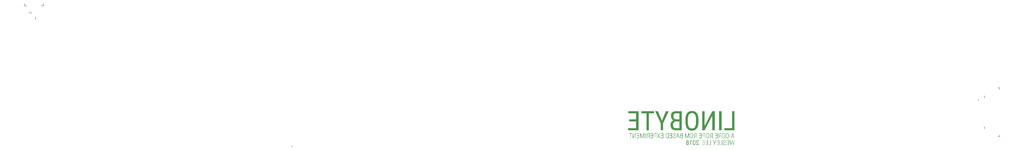
<source format=gbo>
G04*
G04 #@! TF.GenerationSoftware,Altium Limited,Altium Designer,18.0.7 (293)*
G04*
G04 Layer_Color=32896*
%FSLAX25Y25*%
%MOIN*%
G70*
G01*
G75*
%ADD10C,0.00591*%
G36*
X1158907Y45954D02*
Y43400D01*
X1158383Y43400D01*
Y45954D01*
X1156330Y50187D01*
X1156948D01*
X1158639Y46490D01*
X1160318Y50187D01*
X1160948D01*
X1158907Y45954D01*
D02*
G37*
G36*
X1185574Y43400D02*
X1185061D01*
X1183755Y48682D01*
X1183626Y49312D01*
X1183498Y48682D01*
X1182216Y43400D01*
X1181714D01*
X1180268Y50187D01*
X1180816D01*
X1181819Y45243D01*
X1181994Y44228D01*
X1182192Y45196D01*
X1183393Y50187D01*
X1183871D01*
X1185084Y45196D01*
X1185294Y44228D01*
X1185457Y45243D01*
X1186460Y50187D01*
X1187008D01*
X1185574Y43400D01*
D02*
G37*
G36*
X1179184D02*
X1175616D01*
Y43890D01*
X1178648D01*
Y46654D01*
X1176013D01*
Y47143D01*
X1178648D01*
Y49685D01*
X1175639D01*
Y50187D01*
X1179184D01*
Y43400D01*
D02*
G37*
G36*
X1169506D02*
X1166171D01*
Y43890D01*
X1168970D01*
Y50187D01*
X1169506D01*
Y43400D01*
D02*
G37*
G36*
X1165075D02*
X1161508D01*
Y43890D01*
X1164539D01*
Y46654D01*
X1161904D01*
Y47143D01*
X1164539D01*
Y49685D01*
X1161531D01*
Y50187D01*
X1165075D01*
Y43400D01*
D02*
G37*
G36*
X1153194Y43400D02*
X1149859D01*
Y43890D01*
X1152658D01*
Y50187D01*
X1153194D01*
Y43400D01*
D02*
G37*
G36*
X1148763D02*
X1145195D01*
Y43890D01*
X1148227D01*
Y46654D01*
X1145592D01*
Y47143D01*
X1148227D01*
Y49685D01*
X1145218D01*
Y50187D01*
X1148763D01*
Y43400D01*
D02*
G37*
G36*
X1144017D02*
X1140450D01*
Y43890D01*
X1143481D01*
Y46654D01*
X1140846D01*
Y47143D01*
X1143481D01*
Y49685D01*
X1140473D01*
Y50187D01*
X1144017D01*
Y43400D01*
D02*
G37*
G36*
X1173004Y50257D02*
X1173272Y50198D01*
X1173517Y50128D01*
X1173715Y50035D01*
X1173879Y49942D01*
X1173995Y49872D01*
X1174030Y49837D01*
X1174065Y49813D01*
X1174077Y49802D01*
X1174089Y49790D01*
X1174182Y49697D01*
X1174263Y49592D01*
X1174403Y49382D01*
X1174497Y49172D01*
X1174555Y48974D01*
X1174602Y48787D01*
X1174613Y48717D01*
Y48647D01*
X1174625Y48589D01*
Y48554D01*
Y48531D01*
Y48519D01*
X1174613Y48379D01*
X1174602Y48239D01*
X1174543Y47983D01*
X1174450Y47773D01*
X1174345Y47586D01*
X1174252Y47446D01*
X1174158Y47341D01*
X1174100Y47271D01*
X1174077Y47260D01*
Y47248D01*
X1173902Y47120D01*
X1173692Y46992D01*
X1173482Y46875D01*
X1173261Y46782D01*
X1173074Y46700D01*
X1172993Y46665D01*
X1172911Y46642D01*
X1172853Y46619D01*
X1172806Y46595D01*
X1172783Y46584D01*
X1172771D01*
X1172608Y46525D01*
X1172468Y46467D01*
X1172328Y46409D01*
X1172211Y46362D01*
X1172095Y46304D01*
X1172001Y46257D01*
X1171838Y46152D01*
X1171722Y46071D01*
X1171628Y46012D01*
X1171582Y45966D01*
X1171570Y45954D01*
X1171465Y45826D01*
X1171383Y45674D01*
X1171325Y45522D01*
X1171278Y45383D01*
X1171255Y45254D01*
X1171243Y45149D01*
Y45079D01*
Y45068D01*
Y45056D01*
X1171255Y44858D01*
X1171302Y44671D01*
X1171372Y44520D01*
X1171442Y44380D01*
X1171512Y44275D01*
X1171582Y44193D01*
X1171628Y44147D01*
X1171640Y44135D01*
X1171792Y44018D01*
X1171966Y43937D01*
X1172130Y43878D01*
X1172293Y43843D01*
X1172445Y43820D01*
X1172561Y43797D01*
X1172666D01*
X1172923Y43820D01*
X1173156Y43867D01*
X1173354Y43925D01*
X1173529Y44007D01*
X1173657Y44077D01*
X1173750Y44147D01*
X1173809Y44193D01*
X1173832Y44205D01*
X1173972Y44368D01*
X1174077Y44555D01*
X1174158Y44741D01*
X1174205Y44928D01*
X1174240Y45091D01*
X1174252Y45219D01*
X1174263Y45266D01*
Y45301D01*
Y45324D01*
Y45336D01*
X1174800D01*
X1174788Y45103D01*
X1174753Y44905D01*
X1174707Y44718D01*
X1174660Y44555D01*
X1174613Y44426D01*
X1174567Y44322D01*
X1174532Y44263D01*
X1174520Y44240D01*
X1174403Y44077D01*
X1174287Y43937D01*
X1174158Y43820D01*
X1174030Y43715D01*
X1173925Y43645D01*
X1173832Y43587D01*
X1173774Y43552D01*
X1173750Y43540D01*
X1173564Y43459D01*
X1173377Y43400D01*
X1173191Y43365D01*
X1173028Y43342D01*
X1172876Y43319D01*
X1172771Y43307D01*
X1172666D01*
X1172351Y43330D01*
X1172071Y43377D01*
X1171826Y43459D01*
X1171617Y43552D01*
X1171465Y43634D01*
X1171337Y43715D01*
X1171302Y43738D01*
X1171267Y43762D01*
X1171255Y43785D01*
X1171243D01*
X1171150Y43878D01*
X1171069Y43983D01*
X1170929Y44193D01*
X1170835Y44403D01*
X1170777Y44613D01*
X1170730Y44788D01*
X1170719Y44870D01*
Y44940D01*
X1170707Y44986D01*
Y45033D01*
Y45056D01*
Y45068D01*
X1170719Y45254D01*
X1170730Y45417D01*
X1170765Y45557D01*
X1170800Y45686D01*
X1170835Y45791D01*
X1170859Y45872D01*
X1170882Y45919D01*
X1170894Y45931D01*
X1170975Y46071D01*
X1171069Y46187D01*
X1171162Y46292D01*
X1171255Y46397D01*
X1171337Y46467D01*
X1171407Y46525D01*
X1171453Y46560D01*
X1171477Y46572D01*
X1171640Y46677D01*
X1171815Y46770D01*
X1172013Y46863D01*
X1172200Y46945D01*
X1172363Y47015D01*
X1172503Y47062D01*
X1172561Y47085D01*
X1172596Y47097D01*
X1172619Y47108D01*
X1172631D01*
X1172899Y47201D01*
X1173121Y47306D01*
X1173319Y47411D01*
X1173471Y47493D01*
X1173587Y47575D01*
X1173669Y47633D01*
X1173727Y47680D01*
X1173739Y47691D01*
X1173855Y47820D01*
X1173937Y47959D01*
X1174007Y48099D01*
X1174042Y48239D01*
X1174065Y48356D01*
X1174077Y48449D01*
X1174089Y48507D01*
Y48531D01*
X1174077Y48729D01*
X1174030Y48904D01*
X1173972Y49055D01*
X1173902Y49184D01*
X1173832Y49289D01*
X1173774Y49370D01*
X1173727Y49417D01*
X1173715Y49429D01*
X1173564Y49545D01*
X1173401Y49627D01*
X1173226Y49697D01*
X1173063Y49732D01*
X1172923Y49755D01*
X1172806Y49778D01*
X1172701D01*
X1172468Y49755D01*
X1172258Y49708D01*
X1172071Y49639D01*
X1171931Y49569D01*
X1171803Y49487D01*
X1171722Y49417D01*
X1171663Y49370D01*
X1171652Y49347D01*
X1171523Y49184D01*
X1171430Y48997D01*
X1171360Y48811D01*
X1171313Y48636D01*
X1171290Y48484D01*
X1171267Y48356D01*
Y48309D01*
Y48274D01*
Y48251D01*
Y48239D01*
X1170730D01*
X1170742Y48403D01*
X1170754Y48566D01*
X1170812Y48846D01*
X1170905Y49102D01*
X1171010Y49312D01*
X1171115Y49475D01*
X1171162Y49545D01*
X1171197Y49604D01*
X1171243Y49650D01*
X1171267Y49685D01*
X1171278Y49697D01*
X1171290Y49708D01*
X1171395Y49813D01*
X1171512Y49895D01*
X1171628Y49977D01*
X1171745Y50035D01*
X1171978Y50140D01*
X1172200Y50210D01*
X1172398Y50245D01*
X1172480Y50268D01*
X1172561D01*
X1172619Y50280D01*
X1172701D01*
X1173004Y50257D01*
D02*
G37*
G36*
X1078978Y56683D02*
X1080914Y53243D01*
X1080284D01*
X1078663Y56193D01*
X1077054Y53243D01*
X1076413D01*
X1078337Y56683D01*
X1076471Y60029D01*
X1077101D01*
X1078663Y57161D01*
X1080226Y60029D01*
X1080855D01*
X1078978Y56683D01*
D02*
G37*
G36*
X1045945Y53243D02*
X1045409D01*
Y59015D01*
X1042214Y53243D01*
X1041678D01*
Y60029D01*
X1042202D01*
Y54234D01*
X1045409Y60029D01*
X1045945D01*
Y53243D01*
D02*
G37*
G36*
X1122073Y53243D02*
X1121537D01*
Y56193D01*
X1121584Y59108D01*
X1119520Y53243D01*
X1119100D01*
X1117025Y59143D01*
X1117071Y56181D01*
Y53243D01*
X1116535D01*
Y60029D01*
X1117246D01*
X1119310Y54047D01*
X1121362Y60029D01*
X1122073D01*
Y53243D01*
D02*
G37*
G36*
X1057838Y53243D02*
X1057302D01*
Y56193D01*
X1057349Y59108D01*
X1055285Y53243D01*
X1054865D01*
X1052790Y59143D01*
X1052836Y56181D01*
Y53243D01*
X1052300D01*
Y60029D01*
X1053011D01*
X1055075Y54047D01*
X1057127Y60029D01*
X1057838D01*
Y53243D01*
D02*
G37*
G36*
X1177213Y60111D02*
X1177388Y60087D01*
X1177552Y60052D01*
X1177703Y60006D01*
X1177983Y59889D01*
X1178100Y59819D01*
X1178205Y59761D01*
X1178298Y59691D01*
X1178391Y59621D01*
X1178461Y59563D01*
X1178519Y59504D01*
X1178566Y59458D01*
X1178601Y59423D01*
X1178613Y59399D01*
X1178624Y59388D01*
X1178729Y59248D01*
X1178811Y59096D01*
X1178893Y58933D01*
X1178951Y58770D01*
X1179056Y58432D01*
X1179126Y58117D01*
X1179149Y57965D01*
X1179161Y57825D01*
X1179172Y57697D01*
X1179184Y57592D01*
X1179196Y57511D01*
Y57441D01*
Y57394D01*
Y57382D01*
Y55913D01*
X1179184Y55680D01*
X1179172Y55458D01*
X1179137Y55248D01*
X1179102Y55050D01*
X1179067Y54875D01*
X1179009Y54712D01*
X1178963Y54561D01*
X1178904Y54421D01*
X1178858Y54292D01*
X1178799Y54187D01*
X1178753Y54094D01*
X1178718Y54024D01*
X1178671Y53966D01*
X1178648Y53919D01*
X1178636Y53896D01*
X1178624Y53884D01*
X1178508Y53756D01*
X1178391Y53639D01*
X1178263Y53546D01*
X1178146Y53464D01*
X1178006Y53395D01*
X1177878Y53325D01*
X1177633Y53243D01*
X1177412Y53185D01*
X1177318Y53173D01*
X1177237Y53161D01*
X1177167Y53150D01*
X1177074D01*
X1176899Y53161D01*
X1176735Y53173D01*
X1176432Y53231D01*
X1176176Y53313D01*
X1175966Y53418D01*
X1175803Y53511D01*
X1175733Y53558D01*
X1175674Y53593D01*
X1175639Y53628D01*
X1175604Y53651D01*
X1175593Y53674D01*
X1175581D01*
X1175488Y53779D01*
X1175395Y53896D01*
X1175255Y54164D01*
X1175150Y54444D01*
X1175068Y54712D01*
X1175010Y54969D01*
X1174998Y55073D01*
X1174986Y55167D01*
X1174975Y55248D01*
X1174963Y55307D01*
Y55342D01*
Y55353D01*
X1175500D01*
X1175511Y55190D01*
X1175534Y55027D01*
X1175569Y54887D01*
X1175593Y54759D01*
X1175663Y54537D01*
X1175744Y54351D01*
X1175814Y54211D01*
X1175873Y54117D01*
X1175919Y54059D01*
X1175931Y54036D01*
X1176083Y53908D01*
X1176257Y53803D01*
X1176444Y53733D01*
X1176630Y53686D01*
X1176805Y53663D01*
X1176945Y53651D01*
X1176992Y53639D01*
X1177074D01*
X1177213Y53651D01*
X1177342Y53663D01*
X1177575Y53733D01*
X1177773Y53826D01*
X1177948Y53943D01*
X1178076Y54047D01*
X1178170Y54141D01*
X1178228Y54211D01*
X1178251Y54222D01*
Y54234D01*
X1178391Y54479D01*
X1178484Y54759D01*
X1178554Y55038D01*
X1178613Y55307D01*
X1178624Y55435D01*
X1178636Y55552D01*
X1178648Y55656D01*
Y55750D01*
X1178659Y55820D01*
Y55878D01*
Y55913D01*
Y55925D01*
Y57371D01*
Y57569D01*
X1178636Y57755D01*
X1178624Y57930D01*
X1178589Y58093D01*
X1178554Y58245D01*
X1178519Y58385D01*
X1178484Y58501D01*
X1178438Y58618D01*
X1178403Y58711D01*
X1178368Y58805D01*
X1178333Y58875D01*
X1178298Y58933D01*
X1178263Y58980D01*
X1178251Y59015D01*
X1178228Y59026D01*
Y59038D01*
X1178146Y59143D01*
X1178053Y59236D01*
X1177960Y59306D01*
X1177855Y59376D01*
X1177657Y59481D01*
X1177470Y59551D01*
X1177295Y59586D01*
X1177155Y59609D01*
X1177097Y59621D01*
X1177027D01*
X1176770Y59609D01*
X1176549Y59563D01*
X1176362Y59493D01*
X1176199Y59423D01*
X1176083Y59341D01*
X1176001Y59283D01*
X1175943Y59236D01*
X1175931Y59213D01*
X1175861Y59131D01*
X1175803Y59038D01*
X1175709Y58840D01*
X1175639Y58618D01*
X1175581Y58408D01*
X1175546Y58210D01*
X1175523Y58117D01*
X1175511Y58047D01*
Y57989D01*
X1175500Y57930D01*
Y57907D01*
Y57895D01*
X1174963D01*
X1174986Y58105D01*
X1175010Y58292D01*
X1175045Y58467D01*
X1175080Y58630D01*
X1175126Y58781D01*
X1175185Y58921D01*
X1175231Y59050D01*
X1175290Y59154D01*
X1175336Y59259D01*
X1175383Y59341D01*
X1175430Y59411D01*
X1175476Y59469D01*
X1175511Y59516D01*
X1175534Y59551D01*
X1175546Y59563D01*
X1175558Y59574D01*
X1175663Y59668D01*
X1175768Y59761D01*
X1176013Y59889D01*
X1176257Y59994D01*
X1176491Y60052D01*
X1176700Y60099D01*
X1176794Y60111D01*
X1176875D01*
X1176934Y60122D01*
X1177027D01*
X1177213Y60111D01*
D02*
G37*
G36*
X1187008Y53243D02*
X1186448D01*
X1185865Y55143D01*
X1183323D01*
X1182740Y53243D01*
X1182181D01*
X1184349Y60029D01*
X1184839D01*
X1187008Y53243D01*
D02*
G37*
G36*
X1168014D02*
X1167477D01*
Y56076D01*
X1165892D01*
X1164527Y53243D01*
X1163956D01*
Y53301D01*
X1165367Y56193D01*
X1165180Y56274D01*
X1165005Y56379D01*
X1164865Y56484D01*
X1164737Y56601D01*
X1164644Y56706D01*
X1164574Y56788D01*
X1164527Y56846D01*
X1164516Y56869D01*
X1164411Y57067D01*
X1164329Y57266D01*
X1164283Y57452D01*
X1164236Y57639D01*
X1164213Y57790D01*
X1164201Y57919D01*
Y57965D01*
Y58000D01*
Y58012D01*
Y58024D01*
Y58198D01*
X1164224Y58362D01*
X1164283Y58653D01*
X1164364Y58898D01*
X1164457Y59108D01*
X1164551Y59283D01*
X1164597Y59341D01*
X1164632Y59399D01*
X1164667Y59434D01*
X1164691Y59469D01*
X1164702Y59493D01*
X1164714D01*
X1164819Y59586D01*
X1164924Y59668D01*
X1165157Y59807D01*
X1165390Y59901D01*
X1165623Y59959D01*
X1165833Y60006D01*
X1165915Y60017D01*
X1165997D01*
X1166055Y60029D01*
X1168014D01*
Y53243D01*
D02*
G37*
G36*
X1162755D02*
X1159187D01*
Y53733D01*
X1162219D01*
Y56496D01*
X1159583D01*
Y56986D01*
X1162219D01*
Y59528D01*
X1159210D01*
Y60029D01*
X1162755D01*
Y53243D01*
D02*
G37*
G36*
X1155876Y53243D02*
X1155339D01*
Y56076D01*
X1153753D01*
X1152389Y53243D01*
X1151818D01*
Y53301D01*
X1153229Y56193D01*
X1153042Y56274D01*
X1152867Y56379D01*
X1152728Y56484D01*
X1152599Y56601D01*
X1152506Y56706D01*
X1152436Y56788D01*
X1152389Y56846D01*
X1152378Y56869D01*
X1152273Y57067D01*
X1152191Y57266D01*
X1152145Y57452D01*
X1152098Y57639D01*
X1152075Y57790D01*
X1152063Y57919D01*
Y57965D01*
Y58000D01*
Y58012D01*
Y58024D01*
Y58198D01*
X1152086Y58362D01*
X1152145Y58653D01*
X1152226Y58898D01*
X1152319Y59108D01*
X1152413Y59283D01*
X1152459Y59341D01*
X1152494Y59399D01*
X1152529Y59434D01*
X1152553Y59469D01*
X1152564Y59493D01*
X1152576D01*
X1152681Y59586D01*
X1152786Y59667D01*
X1153019Y59807D01*
X1153252Y59901D01*
X1153485Y59959D01*
X1153695Y60006D01*
X1153777Y60017D01*
X1153858D01*
X1153917Y60029D01*
X1155876D01*
Y53243D01*
D02*
G37*
G36*
X1144974D02*
X1144449D01*
Y56006D01*
X1143015D01*
X1142840Y56018D01*
X1142677Y56030D01*
X1142385Y56088D01*
X1142140Y56169D01*
X1141942Y56263D01*
X1141779Y56356D01*
X1141662Y56438D01*
X1141592Y56496D01*
X1141569Y56519D01*
X1141476Y56624D01*
X1141406Y56729D01*
X1141277Y56962D01*
X1141184Y57219D01*
X1141126Y57452D01*
X1141091Y57662D01*
X1141079Y57755D01*
Y57837D01*
X1141068Y57907D01*
Y57954D01*
Y57989D01*
Y58000D01*
Y58175D01*
X1141091Y58338D01*
X1141149Y58630D01*
X1141231Y58886D01*
X1141324Y59096D01*
X1141429Y59259D01*
X1141476Y59329D01*
X1141510Y59388D01*
X1141545Y59423D01*
X1141569Y59458D01*
X1141580Y59469D01*
X1141592Y59481D01*
X1141697Y59574D01*
X1141802Y59667D01*
X1142024Y59796D01*
X1142268Y59901D01*
X1142490Y59959D01*
X1142688Y60006D01*
X1142782Y60017D01*
X1142851D01*
X1142921Y60029D01*
X1144974D01*
Y53243D01*
D02*
G37*
G36*
X1139843D02*
X1136275D01*
Y53733D01*
X1139307D01*
Y56496D01*
X1136672D01*
Y56986D01*
X1139307D01*
Y59528D01*
X1136298D01*
Y60029D01*
X1139843D01*
Y53243D01*
D02*
G37*
G36*
X1132964D02*
X1132427D01*
Y56076D01*
X1130842D01*
X1129477Y53243D01*
X1128906D01*
Y53301D01*
X1130317Y56193D01*
X1130130Y56274D01*
X1129955Y56379D01*
X1129816Y56484D01*
X1129687Y56601D01*
X1129594Y56706D01*
X1129524Y56788D01*
X1129477Y56846D01*
X1129466Y56869D01*
X1129361Y57067D01*
X1129279Y57266D01*
X1129233Y57452D01*
X1129186Y57639D01*
X1129163Y57790D01*
X1129151Y57919D01*
Y57965D01*
Y58000D01*
Y58012D01*
Y58024D01*
Y58198D01*
X1129174Y58362D01*
X1129233Y58653D01*
X1129314Y58898D01*
X1129408Y59108D01*
X1129501Y59283D01*
X1129547Y59341D01*
X1129582Y59399D01*
X1129617Y59434D01*
X1129641Y59469D01*
X1129652Y59493D01*
X1129664D01*
X1129769Y59586D01*
X1129874Y59667D01*
X1130107Y59807D01*
X1130340Y59901D01*
X1130573Y59959D01*
X1130783Y60006D01*
X1130865Y60017D01*
X1130947D01*
X1131005Y60029D01*
X1132964D01*
Y53243D01*
D02*
G37*
G36*
X1112792D02*
X1110868D01*
X1110705Y53254D01*
X1110553Y53266D01*
X1110285Y53325D01*
X1110052Y53406D01*
X1109854Y53499D01*
X1109702Y53581D01*
X1109597Y53663D01*
X1109527Y53721D01*
X1109504Y53744D01*
X1109341Y53954D01*
X1109224Y54176D01*
X1109131Y54409D01*
X1109072Y54642D01*
X1109037Y54840D01*
X1109026Y54922D01*
Y54992D01*
X1109014Y55062D01*
Y55108D01*
Y55132D01*
Y55143D01*
X1109026Y55365D01*
X1109061Y55563D01*
X1109107Y55738D01*
X1109166Y55901D01*
X1109224Y56018D01*
X1109271Y56111D01*
X1109306Y56169D01*
X1109317Y56193D01*
X1109434Y56344D01*
X1109574Y56473D01*
X1109702Y56578D01*
X1109830Y56659D01*
X1109935Y56706D01*
X1110028Y56753D01*
X1110087Y56764D01*
X1110110Y56776D01*
X1109959Y56846D01*
X1109830Y56939D01*
X1109714Y57032D01*
X1109620Y57126D01*
X1109550Y57207D01*
X1109492Y57277D01*
X1109457Y57324D01*
X1109446Y57336D01*
X1109364Y57487D01*
X1109306Y57639D01*
X1109259Y57790D01*
X1109236Y57930D01*
X1109212Y58059D01*
X1109201Y58152D01*
Y58222D01*
Y58245D01*
X1109224Y58548D01*
X1109271Y58816D01*
X1109352Y59050D01*
X1109434Y59236D01*
X1109527Y59388D01*
X1109609Y59493D01*
X1109655Y59551D01*
X1109679Y59574D01*
X1109877Y59726D01*
X1110087Y59842D01*
X1110320Y59924D01*
X1110542Y59971D01*
X1110752Y60006D01*
X1110833Y60017D01*
X1110915D01*
X1110973Y60029D01*
X1112792D01*
Y53243D01*
D02*
G37*
G36*
X1108268D02*
X1107708D01*
X1107125Y55143D01*
X1104583D01*
X1104000Y53243D01*
X1103441D01*
X1105609Y60029D01*
X1106099D01*
X1108268Y53243D01*
D02*
G37*
G36*
X1097506Y53243D02*
X1093938D01*
Y53733D01*
X1096969D01*
Y56496D01*
X1094334D01*
Y56986D01*
X1096969D01*
Y59528D01*
X1093961D01*
Y60029D01*
X1097506D01*
Y53243D01*
D02*
G37*
G36*
X1092760D02*
X1091221D01*
X1091011Y53254D01*
X1090801Y53278D01*
X1090615Y53313D01*
X1090440Y53360D01*
X1090277Y53406D01*
X1090125Y53464D01*
X1089997Y53534D01*
X1089868Y53604D01*
X1089764Y53663D01*
X1089670Y53733D01*
X1089589Y53791D01*
X1089519Y53849D01*
X1089472Y53884D01*
X1089437Y53919D01*
X1089414Y53943D01*
X1089402Y53954D01*
X1089285Y54094D01*
X1089180Y54246D01*
X1089099Y54409D01*
X1089029Y54572D01*
X1088912Y54899D01*
X1088831Y55225D01*
X1088807Y55377D01*
X1088784Y55505D01*
X1088772Y55633D01*
X1088761Y55738D01*
X1088749Y55831D01*
Y55890D01*
Y55936D01*
Y55948D01*
Y57371D01*
X1088761Y57592D01*
X1088784Y57814D01*
X1088819Y58012D01*
X1088854Y58198D01*
X1088912Y58373D01*
X1088959Y58525D01*
X1089029Y58676D01*
X1089087Y58805D01*
X1089145Y58921D01*
X1089204Y59026D01*
X1089262Y59119D01*
X1089309Y59189D01*
X1089355Y59248D01*
X1089390Y59283D01*
X1089402Y59306D01*
X1089414Y59318D01*
X1089542Y59446D01*
X1089670Y59551D01*
X1089810Y59644D01*
X1089950Y59726D01*
X1090102Y59796D01*
X1090242Y59854D01*
X1090521Y59936D01*
X1090650Y59971D01*
X1090766Y59994D01*
X1090871Y60006D01*
X1090965Y60017D01*
X1091046Y60029D01*
X1092760D01*
Y53243D01*
D02*
G37*
G36*
X1085169D02*
X1081602D01*
Y53733D01*
X1084633D01*
Y56496D01*
X1081998D01*
Y56986D01*
X1084633D01*
Y59528D01*
X1081625D01*
Y60029D01*
X1085169D01*
Y53243D01*
D02*
G37*
G36*
X1075293D02*
X1074769D01*
Y56006D01*
X1073335D01*
X1073160Y56018D01*
X1072996Y56030D01*
X1072705Y56088D01*
X1072460Y56169D01*
X1072262Y56263D01*
X1072099Y56356D01*
X1071982Y56438D01*
X1071912Y56496D01*
X1071889Y56519D01*
X1071795Y56624D01*
X1071725Y56729D01*
X1071597Y56962D01*
X1071504Y57219D01*
X1071446Y57452D01*
X1071411Y57662D01*
X1071399Y57755D01*
Y57837D01*
X1071387Y57907D01*
Y57954D01*
Y57989D01*
Y58000D01*
Y58175D01*
X1071411Y58338D01*
X1071469Y58630D01*
X1071550Y58886D01*
X1071644Y59096D01*
X1071749Y59259D01*
X1071795Y59329D01*
X1071830Y59388D01*
X1071865Y59423D01*
X1071889Y59458D01*
X1071900Y59469D01*
X1071912Y59481D01*
X1072017Y59574D01*
X1072122Y59667D01*
X1072343Y59796D01*
X1072588Y59901D01*
X1072810Y59959D01*
X1073008Y60006D01*
X1073101Y60017D01*
X1073171D01*
X1073241Y60029D01*
X1075293D01*
Y53243D01*
D02*
G37*
G36*
X1070163D02*
X1066595D01*
Y53733D01*
X1069627D01*
Y56496D01*
X1066992D01*
Y56986D01*
X1069627D01*
Y59528D01*
X1066618D01*
Y60029D01*
X1070163D01*
Y53243D01*
D02*
G37*
G36*
X1065429D02*
X1064893D01*
Y56076D01*
X1063307D01*
X1061943Y53243D01*
X1061371D01*
Y53301D01*
X1062782Y56193D01*
X1062596Y56274D01*
X1062421Y56379D01*
X1062281Y56484D01*
X1062153Y56601D01*
X1062059Y56706D01*
X1061989Y56788D01*
X1061943Y56846D01*
X1061931Y56869D01*
X1061826Y57067D01*
X1061744Y57266D01*
X1061698Y57452D01*
X1061651Y57639D01*
X1061628Y57790D01*
X1061616Y57919D01*
Y57965D01*
Y58000D01*
Y58012D01*
Y58024D01*
Y58198D01*
X1061640Y58362D01*
X1061698Y58653D01*
X1061779Y58898D01*
X1061873Y59108D01*
X1061966Y59283D01*
X1062013Y59341D01*
X1062048Y59399D01*
X1062083Y59434D01*
X1062106Y59469D01*
X1062118Y59493D01*
X1062129D01*
X1062234Y59586D01*
X1062339Y59667D01*
X1062572Y59807D01*
X1062806Y59901D01*
X1063039Y59959D01*
X1063249Y60006D01*
X1063330Y60017D01*
X1063412D01*
X1063470Y60029D01*
X1065429D01*
Y53243D01*
D02*
G37*
G36*
X1060065D02*
X1059541D01*
Y60029D01*
X1060065D01*
Y53243D01*
D02*
G37*
G36*
X1050702D02*
X1047134D01*
Y53733D01*
X1050166D01*
Y56496D01*
X1047531D01*
Y56986D01*
X1050166D01*
Y59528D01*
X1047158D01*
Y60029D01*
X1050702D01*
Y53243D01*
D02*
G37*
G36*
X1040570Y59528D02*
X1038646D01*
Y53243D01*
X1038110D01*
Y59528D01*
X1036186D01*
Y60029D01*
X1040570D01*
Y59528D01*
D02*
G37*
G36*
X1171803Y60111D02*
X1171978Y60087D01*
X1172153Y60052D01*
X1172305Y60006D01*
X1172456Y59947D01*
X1172584Y59889D01*
X1172701Y59819D01*
X1172818Y59761D01*
X1172911Y59691D01*
X1172993Y59621D01*
X1173074Y59563D01*
X1173133Y59504D01*
X1173179Y59458D01*
X1173214Y59423D01*
X1173226Y59399D01*
X1173237Y59388D01*
X1173342Y59248D01*
X1173424Y59096D01*
X1173506Y58933D01*
X1173575Y58770D01*
X1173680Y58432D01*
X1173750Y58105D01*
X1173774Y57954D01*
X1173785Y57814D01*
X1173797Y57685D01*
X1173809Y57580D01*
X1173820Y57487D01*
Y57417D01*
Y57371D01*
Y57359D01*
Y55878D01*
X1173809Y55645D01*
X1173785Y55423D01*
X1173762Y55213D01*
X1173727Y55015D01*
X1173680Y54840D01*
X1173622Y54677D01*
X1173575Y54526D01*
X1173517Y54386D01*
X1173459Y54269D01*
X1173412Y54164D01*
X1173366Y54071D01*
X1173319Y53989D01*
X1173284Y53931D01*
X1173249Y53896D01*
X1173237Y53873D01*
X1173226Y53861D01*
X1173109Y53733D01*
X1172993Y53628D01*
X1172864Y53534D01*
X1172724Y53453D01*
X1172596Y53383D01*
X1172456Y53325D01*
X1172200Y53243D01*
X1171966Y53185D01*
X1171873Y53173D01*
X1171780Y53161D01*
X1171710Y53150D01*
X1171617D01*
X1171430Y53161D01*
X1171243Y53185D01*
X1171080Y53220D01*
X1170917Y53266D01*
X1170777Y53313D01*
X1170637Y53371D01*
X1170521Y53441D01*
X1170416Y53511D01*
X1170311Y53569D01*
X1170229Y53639D01*
X1170159Y53698D01*
X1170101Y53756D01*
X1170054Y53791D01*
X1170019Y53826D01*
X1170008Y53849D01*
X1169996Y53861D01*
X1169891Y54001D01*
X1169809Y54152D01*
X1169728Y54316D01*
X1169669Y54479D01*
X1169565Y54817D01*
X1169495Y55143D01*
X1169471Y55295D01*
X1169460Y55435D01*
X1169436Y55563D01*
Y55680D01*
X1169425Y55761D01*
Y55831D01*
Y55878D01*
Y55890D01*
Y57347D01*
X1169436Y57592D01*
X1169448Y57814D01*
X1169483Y58024D01*
X1169518Y58222D01*
X1169565Y58408D01*
X1169611Y58571D01*
X1169658Y58723D01*
X1169716Y58863D01*
X1169774Y58980D01*
X1169821Y59085D01*
X1169868Y59178D01*
X1169914Y59259D01*
X1169949Y59318D01*
X1169984Y59353D01*
X1169996Y59376D01*
X1170008Y59388D01*
X1170124Y59516D01*
X1170241Y59633D01*
X1170369Y59726D01*
X1170497Y59807D01*
X1170637Y59889D01*
X1170765Y59947D01*
X1171022Y60029D01*
X1171255Y60087D01*
X1171360Y60099D01*
X1171442Y60111D01*
X1171512Y60122D01*
X1171617D01*
X1171803Y60111D01*
D02*
G37*
G36*
X1148786Y60111D02*
X1148961Y60087D01*
X1149136Y60052D01*
X1149288Y60006D01*
X1149439Y59947D01*
X1149568Y59889D01*
X1149684Y59819D01*
X1149801Y59761D01*
X1149894Y59691D01*
X1149976Y59621D01*
X1150057Y59563D01*
X1150116Y59504D01*
X1150162Y59458D01*
X1150197Y59423D01*
X1150209Y59399D01*
X1150221Y59388D01*
X1150325Y59248D01*
X1150407Y59096D01*
X1150489Y58933D01*
X1150559Y58770D01*
X1150664Y58432D01*
X1150734Y58105D01*
X1150757Y57954D01*
X1150769Y57814D01*
X1150780Y57685D01*
X1150792Y57580D01*
X1150804Y57487D01*
Y57417D01*
Y57371D01*
Y57359D01*
Y55878D01*
X1150792Y55645D01*
X1150769Y55423D01*
X1150745Y55213D01*
X1150710Y55015D01*
X1150664Y54840D01*
X1150605Y54677D01*
X1150559Y54526D01*
X1150500Y54386D01*
X1150442Y54269D01*
X1150395Y54164D01*
X1150349Y54071D01*
X1150302Y53989D01*
X1150267Y53931D01*
X1150232Y53896D01*
X1150221Y53873D01*
X1150209Y53861D01*
X1150092Y53733D01*
X1149976Y53628D01*
X1149848Y53534D01*
X1149708Y53453D01*
X1149579Y53383D01*
X1149439Y53325D01*
X1149183Y53243D01*
X1148950Y53185D01*
X1148856Y53173D01*
X1148763Y53161D01*
X1148693Y53150D01*
X1148600D01*
X1148413Y53161D01*
X1148227Y53185D01*
X1148063Y53220D01*
X1147900Y53266D01*
X1147760Y53313D01*
X1147620Y53371D01*
X1147504Y53441D01*
X1147399Y53511D01*
X1147294Y53569D01*
X1147212Y53639D01*
X1147142Y53698D01*
X1147084Y53756D01*
X1147037Y53791D01*
X1147002Y53826D01*
X1146991Y53849D01*
X1146979Y53861D01*
X1146874Y54001D01*
X1146793Y54152D01*
X1146711Y54316D01*
X1146653Y54479D01*
X1146548Y54817D01*
X1146478Y55143D01*
X1146454Y55295D01*
X1146443Y55435D01*
X1146419Y55563D01*
Y55680D01*
X1146408Y55761D01*
Y55831D01*
Y55878D01*
Y55890D01*
Y57347D01*
X1146419Y57592D01*
X1146431Y57814D01*
X1146466Y58024D01*
X1146501Y58222D01*
X1146548Y58408D01*
X1146594Y58571D01*
X1146641Y58723D01*
X1146699Y58863D01*
X1146758Y58980D01*
X1146804Y59084D01*
X1146851Y59178D01*
X1146898Y59259D01*
X1146933Y59318D01*
X1146967Y59353D01*
X1146979Y59376D01*
X1146991Y59388D01*
X1147107Y59516D01*
X1147224Y59633D01*
X1147352Y59726D01*
X1147480Y59807D01*
X1147620Y59889D01*
X1147749Y59947D01*
X1148005Y60029D01*
X1148238Y60087D01*
X1148343Y60099D01*
X1148425Y60111D01*
X1148495Y60122D01*
X1148600D01*
X1148786Y60111D01*
D02*
G37*
G36*
X1125875D02*
X1126049Y60087D01*
X1126224Y60052D01*
X1126376Y60006D01*
X1126527Y59947D01*
X1126656Y59889D01*
X1126772Y59819D01*
X1126889Y59761D01*
X1126982Y59691D01*
X1127064Y59621D01*
X1127145Y59563D01*
X1127204Y59504D01*
X1127250Y59458D01*
X1127285Y59423D01*
X1127297Y59399D01*
X1127309Y59388D01*
X1127414Y59248D01*
X1127495Y59096D01*
X1127577Y58933D01*
X1127647Y58770D01*
X1127752Y58432D01*
X1127822Y58105D01*
X1127845Y57954D01*
X1127857Y57814D01*
X1127868Y57685D01*
X1127880Y57580D01*
X1127892Y57487D01*
Y57417D01*
Y57371D01*
Y57359D01*
Y55878D01*
X1127880Y55645D01*
X1127857Y55423D01*
X1127833Y55213D01*
X1127798Y55015D01*
X1127752Y54840D01*
X1127693Y54677D01*
X1127647Y54526D01*
X1127588Y54386D01*
X1127530Y54269D01*
X1127484Y54164D01*
X1127437Y54071D01*
X1127390Y53989D01*
X1127355Y53931D01*
X1127320Y53896D01*
X1127309Y53873D01*
X1127297Y53861D01*
X1127180Y53733D01*
X1127064Y53628D01*
X1126935Y53534D01*
X1126796Y53453D01*
X1126667Y53383D01*
X1126527Y53325D01*
X1126271Y53243D01*
X1126038Y53185D01*
X1125944Y53173D01*
X1125851Y53161D01*
X1125781Y53150D01*
X1125688D01*
X1125501Y53161D01*
X1125315Y53185D01*
X1125152Y53220D01*
X1124988Y53266D01*
X1124848Y53313D01*
X1124708Y53371D01*
X1124592Y53441D01*
X1124487Y53511D01*
X1124382Y53569D01*
X1124300Y53639D01*
X1124230Y53698D01*
X1124172Y53756D01*
X1124125Y53791D01*
X1124090Y53826D01*
X1124079Y53849D01*
X1124067Y53861D01*
X1123962Y54001D01*
X1123881Y54152D01*
X1123799Y54316D01*
X1123741Y54479D01*
X1123636Y54817D01*
X1123566Y55143D01*
X1123542Y55295D01*
X1123531Y55435D01*
X1123507Y55563D01*
Y55680D01*
X1123496Y55761D01*
Y55831D01*
Y55878D01*
Y55890D01*
Y57347D01*
X1123507Y57592D01*
X1123519Y57814D01*
X1123554Y58024D01*
X1123589Y58222D01*
X1123636Y58408D01*
X1123682Y58571D01*
X1123729Y58723D01*
X1123787Y58863D01*
X1123846Y58980D01*
X1123892Y59084D01*
X1123939Y59178D01*
X1123986Y59259D01*
X1124021Y59318D01*
X1124055Y59353D01*
X1124067Y59376D01*
X1124079Y59388D01*
X1124195Y59516D01*
X1124312Y59633D01*
X1124440Y59726D01*
X1124569Y59807D01*
X1124708Y59889D01*
X1124837Y59947D01*
X1125093Y60029D01*
X1125327Y60087D01*
X1125431Y60099D01*
X1125513Y60111D01*
X1125583Y60122D01*
X1125688D01*
X1125875Y60111D01*
D02*
G37*
G36*
X1101004Y60099D02*
X1101272Y60041D01*
X1101517Y59971D01*
X1101715Y59877D01*
X1101878Y59784D01*
X1101995Y59714D01*
X1102030Y59679D01*
X1102065Y59656D01*
X1102076Y59644D01*
X1102088Y59633D01*
X1102181Y59539D01*
X1102263Y59434D01*
X1102403Y59224D01*
X1102496Y59015D01*
X1102555Y58816D01*
X1102601Y58630D01*
X1102613Y58560D01*
Y58490D01*
X1102625Y58432D01*
Y58397D01*
Y58373D01*
Y58362D01*
X1102613Y58222D01*
X1102601Y58082D01*
X1102543Y57825D01*
X1102450Y57615D01*
X1102345Y57429D01*
X1102251Y57289D01*
X1102158Y57184D01*
X1102100Y57114D01*
X1102076Y57102D01*
Y57091D01*
X1101902Y56962D01*
X1101692Y56834D01*
X1101482Y56718D01*
X1101260Y56624D01*
X1101074Y56543D01*
X1100992Y56508D01*
X1100910Y56484D01*
X1100852Y56461D01*
X1100805Y56438D01*
X1100782Y56426D01*
X1100770D01*
X1100607Y56368D01*
X1100467Y56309D01*
X1100327Y56251D01*
X1100211Y56204D01*
X1100094Y56146D01*
X1100001Y56100D01*
X1099838Y55995D01*
X1099721Y55913D01*
X1099628Y55855D01*
X1099581Y55808D01*
X1099570Y55796D01*
X1099465Y55668D01*
X1099383Y55517D01*
X1099325Y55365D01*
X1099278Y55225D01*
X1099255Y55097D01*
X1099243Y54992D01*
Y54922D01*
Y54910D01*
Y54899D01*
X1099255Y54700D01*
X1099301Y54514D01*
X1099371Y54362D01*
X1099441Y54222D01*
X1099511Y54117D01*
X1099581Y54036D01*
X1099628Y53989D01*
X1099640Y53977D01*
X1099791Y53861D01*
X1099966Y53779D01*
X1100129Y53721D01*
X1100292Y53686D01*
X1100444Y53663D01*
X1100561Y53639D01*
X1100666D01*
X1100922Y53663D01*
X1101155Y53709D01*
X1101353Y53768D01*
X1101528Y53849D01*
X1101657Y53919D01*
X1101750Y53989D01*
X1101808Y54036D01*
X1101832Y54047D01*
X1101972Y54211D01*
X1102076Y54397D01*
X1102158Y54584D01*
X1102205Y54770D01*
X1102240Y54934D01*
X1102251Y55062D01*
X1102263Y55108D01*
Y55143D01*
Y55167D01*
Y55178D01*
X1102799D01*
X1102788Y54945D01*
X1102753Y54747D01*
X1102706Y54561D01*
X1102659Y54397D01*
X1102613Y54269D01*
X1102566Y54164D01*
X1102531Y54106D01*
X1102520Y54082D01*
X1102403Y53919D01*
X1102286Y53779D01*
X1102158Y53663D01*
X1102030Y53558D01*
X1101925Y53488D01*
X1101832Y53429D01*
X1101773Y53395D01*
X1101750Y53383D01*
X1101563Y53301D01*
X1101377Y53243D01*
X1101190Y53208D01*
X1101027Y53185D01*
X1100875Y53161D01*
X1100770Y53150D01*
X1100666D01*
X1100351Y53173D01*
X1100071Y53220D01*
X1099826Y53301D01*
X1099616Y53394D01*
X1099465Y53476D01*
X1099336Y53558D01*
X1099301Y53581D01*
X1099266Y53604D01*
X1099255Y53628D01*
X1099243D01*
X1099150Y53721D01*
X1099068Y53826D01*
X1098928Y54036D01*
X1098835Y54246D01*
X1098777Y54456D01*
X1098730Y54630D01*
X1098718Y54712D01*
Y54782D01*
X1098707Y54829D01*
Y54875D01*
Y54899D01*
Y54910D01*
X1098718Y55097D01*
X1098730Y55260D01*
X1098765Y55400D01*
X1098800Y55528D01*
X1098835Y55633D01*
X1098858Y55715D01*
X1098882Y55761D01*
X1098893Y55773D01*
X1098975Y55913D01*
X1099068Y56030D01*
X1099161Y56135D01*
X1099255Y56239D01*
X1099336Y56309D01*
X1099406Y56368D01*
X1099453Y56403D01*
X1099476Y56414D01*
X1099640Y56519D01*
X1099814Y56613D01*
X1100013Y56706D01*
X1100199Y56788D01*
X1100362Y56858D01*
X1100502Y56904D01*
X1100561Y56927D01*
X1100596Y56939D01*
X1100619Y56951D01*
X1100631D01*
X1100899Y57044D01*
X1101120Y57149D01*
X1101318Y57254D01*
X1101470Y57336D01*
X1101587Y57417D01*
X1101668Y57476D01*
X1101727Y57522D01*
X1101738Y57534D01*
X1101855Y57662D01*
X1101937Y57802D01*
X1102007Y57942D01*
X1102042Y58082D01*
X1102065Y58198D01*
X1102076Y58292D01*
X1102088Y58350D01*
Y58373D01*
X1102076Y58571D01*
X1102030Y58746D01*
X1101972Y58898D01*
X1101902Y59026D01*
X1101832Y59131D01*
X1101773Y59213D01*
X1101727Y59259D01*
X1101715Y59271D01*
X1101563Y59388D01*
X1101400Y59469D01*
X1101225Y59539D01*
X1101062Y59574D01*
X1100922Y59598D01*
X1100805Y59621D01*
X1100700D01*
X1100467Y59598D01*
X1100257Y59551D01*
X1100071Y59481D01*
X1099931Y59411D01*
X1099803Y59329D01*
X1099721Y59259D01*
X1099663Y59213D01*
X1099651Y59189D01*
X1099523Y59026D01*
X1099430Y58840D01*
X1099360Y58653D01*
X1099313Y58478D01*
X1099290Y58327D01*
X1099266Y58198D01*
Y58152D01*
Y58117D01*
Y58093D01*
Y58082D01*
X1098730D01*
X1098742Y58245D01*
X1098753Y58408D01*
X1098812Y58688D01*
X1098905Y58945D01*
X1099010Y59154D01*
X1099115Y59318D01*
X1099161Y59388D01*
X1099196Y59446D01*
X1099243Y59493D01*
X1099266Y59528D01*
X1099278Y59539D01*
X1099290Y59551D01*
X1099395Y59656D01*
X1099511Y59737D01*
X1099628Y59819D01*
X1099744Y59877D01*
X1099978Y59982D01*
X1100199Y60052D01*
X1100397Y60087D01*
X1100479Y60111D01*
X1100561D01*
X1100619Y60122D01*
X1100700D01*
X1101004Y60099D01*
D02*
G37*
G36*
X1084904Y74637D02*
Y64355D01*
X1081445D01*
Y74637D01*
X1073580Y91931D01*
X1077513D01*
X1083151Y78048D01*
X1088789Y91931D01*
X1092722D01*
X1084904Y74637D01*
D02*
G37*
G36*
X1158864Y64355D02*
X1155358Y64355D01*
Y85582D01*
X1144318Y64355D01*
X1140812D01*
Y91931D01*
X1144271D01*
Y70562D01*
X1155358Y91931D01*
X1158864Y91931D01*
Y64355D01*
D02*
G37*
G36*
X1187008D02*
X1172699D01*
Y67340D01*
X1183502D01*
Y91931D01*
X1187008D01*
Y64355D01*
D02*
G37*
G36*
X1168435D02*
X1164929D01*
Y91931D01*
X1168435D01*
Y64355D01*
D02*
G37*
G36*
X1111532Y64355D02*
X1103382D01*
X1102719Y64403D01*
X1102055Y64450D01*
X1100918Y64687D01*
X1099923Y65019D01*
X1099071Y65398D01*
X1098455Y65777D01*
X1097981Y66109D01*
X1097697Y66345D01*
X1097602Y66440D01*
X1097223Y66866D01*
X1096939Y67293D01*
X1096417Y68241D01*
X1096038Y69235D01*
X1095801Y70136D01*
X1095659Y70989D01*
X1095612Y71368D01*
Y71652D01*
X1095564Y71936D01*
Y72126D01*
Y72220D01*
Y72268D01*
X1095612Y73168D01*
X1095754Y73974D01*
X1095896Y74732D01*
X1096086Y75348D01*
X1096323Y75869D01*
X1096465Y76200D01*
X1096607Y76437D01*
X1096654Y76532D01*
X1097081Y77148D01*
X1097602Y77622D01*
X1098076Y78048D01*
X1098549Y78333D01*
X1098976Y78569D01*
X1099308Y78759D01*
X1099544Y78806D01*
X1099639Y78854D01*
X1099071Y79185D01*
X1098549Y79564D01*
X1098123Y79943D01*
X1097744Y80275D01*
X1097460Y80607D01*
X1097270Y80891D01*
X1097128Y81081D01*
X1097081Y81128D01*
X1096749Y81696D01*
X1096512Y82312D01*
X1096323Y82881D01*
X1096228Y83402D01*
X1096133Y83876D01*
X1096086Y84208D01*
Y84444D01*
Y84539D01*
X1096180Y85818D01*
X1096370Y86956D01*
X1096702Y87903D01*
X1097033Y88709D01*
X1097365Y89325D01*
X1097697Y89751D01*
X1097886Y89988D01*
X1097981Y90083D01*
X1098786Y90699D01*
X1099687Y91172D01*
X1100634Y91504D01*
X1101534Y91694D01*
X1102387Y91836D01*
X1102719Y91883D01*
X1103051D01*
X1103287Y91931D01*
X1111532D01*
Y64355D01*
D02*
G37*
G36*
X1071827Y88946D02*
X1064625D01*
Y64355D01*
X1061167D01*
Y88946D01*
X1053870D01*
Y91931D01*
X1071827D01*
Y88946D01*
D02*
G37*
G36*
X1049843Y64355D02*
X1035013Y64355D01*
Y67340D01*
X1046384Y67340D01*
Y77101D01*
X1036624Y77101D01*
Y80086D01*
X1046384Y80086D01*
Y88946D01*
X1035202Y88946D01*
Y91931D01*
X1049843Y91931D01*
Y64355D01*
D02*
G37*
G36*
X1126977Y92262D02*
X1127736Y92168D01*
X1128399Y92025D01*
X1129062Y91836D01*
X1129678Y91552D01*
X1130247Y91315D01*
X1130768Y91030D01*
X1131194Y90746D01*
X1131621Y90414D01*
X1132000Y90130D01*
X1132284Y89893D01*
X1132521Y89656D01*
X1132758Y89419D01*
X1132900Y89277D01*
X1132947Y89183D01*
X1132995Y89135D01*
X1133421Y88519D01*
X1133800Y87856D01*
X1134132Y87193D01*
X1134369Y86482D01*
X1134842Y85013D01*
X1135127Y83639D01*
X1135221Y82976D01*
X1135269Y82407D01*
X1135316Y81839D01*
X1135364Y81365D01*
X1135411Y80986D01*
Y80702D01*
Y80512D01*
Y80465D01*
Y75300D01*
X1135364Y74305D01*
X1135269Y73405D01*
X1135127Y72505D01*
X1134985Y71699D01*
X1134795Y70941D01*
X1134558Y70278D01*
X1134321Y69662D01*
X1134084Y69093D01*
X1133848Y68572D01*
X1133658Y68146D01*
X1133421Y67767D01*
X1133232Y67483D01*
X1133089Y67246D01*
X1132947Y67056D01*
X1132900Y66961D01*
X1132852Y66914D01*
X1132379Y66393D01*
X1131858Y65966D01*
X1131336Y65540D01*
X1130768Y65208D01*
X1130199Y64924D01*
X1129631Y64687D01*
X1128541Y64355D01*
X1127593Y64118D01*
X1127167Y64071D01*
X1126835Y64024D01*
X1126551Y63976D01*
X1126125D01*
X1125319Y64024D01*
X1124561Y64118D01*
X1123850Y64261D01*
X1123187Y64450D01*
X1122571Y64687D01*
X1122050Y64924D01*
X1121529Y65208D01*
X1121055Y65492D01*
X1120676Y65777D01*
X1120297Y66061D01*
X1120013Y66298D01*
X1119728Y66535D01*
X1119539Y66724D01*
X1119397Y66866D01*
X1119349Y66961D01*
X1119302Y67009D01*
X1118875Y67625D01*
X1118496Y68241D01*
X1118165Y68951D01*
X1117881Y69662D01*
X1117454Y71083D01*
X1117170Y72505D01*
X1117075Y73121D01*
X1117028Y73737D01*
X1116980Y74258D01*
X1116933Y74732D01*
X1116885Y75158D01*
Y75442D01*
Y75632D01*
Y75679D01*
Y80702D01*
X1116933Y81744D01*
X1117028Y82692D01*
X1117122Y83592D01*
X1117312Y84397D01*
X1117501Y85155D01*
X1117691Y85866D01*
X1117928Y86529D01*
X1118165Y87098D01*
X1118402Y87619D01*
X1118591Y88045D01*
X1118828Y88424D01*
X1119018Y88709D01*
X1119160Y88946D01*
X1119302Y89135D01*
X1119349Y89230D01*
X1119397Y89277D01*
X1119870Y89798D01*
X1120392Y90272D01*
X1120913Y90699D01*
X1121481Y91030D01*
X1122050Y91315D01*
X1122618Y91552D01*
X1123708Y91931D01*
X1124656Y92168D01*
X1125082Y92215D01*
X1125461Y92262D01*
X1125745Y92310D01*
X1126172D01*
X1126977Y92262D01*
D02*
G37*
G36*
X1126102Y49289D02*
Y48507D01*
X1124668Y49137D01*
Y43400D01*
X1123840D01*
Y50222D01*
X1123969D01*
X1126102Y49289D01*
D02*
G37*
G36*
X1134078Y50268D02*
X1134229Y50257D01*
X1134509Y50187D01*
X1134742Y50093D01*
X1134941Y49988D01*
X1135104Y49883D01*
X1135220Y49790D01*
X1135290Y49720D01*
X1135302Y49708D01*
X1135314Y49697D01*
X1135407Y49580D01*
X1135477Y49464D01*
X1135605Y49219D01*
X1135699Y48962D01*
X1135757Y48717D01*
X1135803Y48507D01*
X1135815Y48414D01*
Y48333D01*
X1135827Y48274D01*
Y48228D01*
Y48193D01*
Y48181D01*
X1134999D01*
X1134987Y48414D01*
X1134952Y48624D01*
X1134906Y48799D01*
X1134859Y48939D01*
X1134812Y49055D01*
X1134766Y49137D01*
X1134731Y49195D01*
X1134719Y49207D01*
X1134603Y49324D01*
X1134474Y49417D01*
X1134346Y49475D01*
X1134206Y49522D01*
X1134089Y49545D01*
X1133996Y49569D01*
X1133914D01*
X1133775Y49557D01*
X1133635Y49522D01*
X1133530Y49464D01*
X1133436Y49405D01*
X1133355Y49335D01*
X1133308Y49289D01*
X1133273Y49242D01*
X1133262Y49230D01*
X1133180Y49090D01*
X1133110Y48950D01*
X1133063Y48811D01*
X1133040Y48671D01*
X1133017Y48542D01*
X1133005Y48449D01*
Y48379D01*
Y48368D01*
Y48356D01*
X1133017Y48193D01*
X1133028Y48041D01*
X1133063Y47913D01*
X1133087Y47785D01*
X1133122Y47680D01*
X1133157Y47610D01*
X1133168Y47563D01*
X1133180Y47540D01*
X1133250Y47388D01*
X1133343Y47236D01*
X1133448Y47073D01*
X1133541Y46922D01*
X1133635Y46782D01*
X1133716Y46677D01*
X1133763Y46595D01*
X1133786Y46584D01*
Y46572D01*
X1135722Y44007D01*
Y43400D01*
X1131921D01*
Y44100D01*
X1134731D01*
X1133227Y46071D01*
X1133040Y46327D01*
X1132877Y46572D01*
X1132737Y46805D01*
X1132620Y47027D01*
X1132515Y47236D01*
X1132434Y47435D01*
X1132364Y47610D01*
X1132306Y47785D01*
X1132271Y47936D01*
X1132236Y48064D01*
X1132212Y48181D01*
X1132189Y48286D01*
Y48356D01*
X1132177Y48414D01*
Y48449D01*
Y48461D01*
X1132201Y48752D01*
X1132247Y49009D01*
X1132329Y49242D01*
X1132410Y49429D01*
X1132492Y49580D01*
X1132574Y49685D01*
X1132620Y49755D01*
X1132644Y49778D01*
X1132737Y49872D01*
X1132830Y49942D01*
X1133040Y50070D01*
X1133250Y50163D01*
X1133448Y50222D01*
X1133635Y50257D01*
X1133716Y50268D01*
X1133786D01*
X1133833Y50280D01*
X1133914D01*
X1134078Y50268D01*
D02*
G37*
G36*
X1129367D02*
X1129530Y50245D01*
X1129682Y50210D01*
X1129810Y50163D01*
X1130043Y50047D01*
X1130242Y49918D01*
X1130393Y49778D01*
X1130498Y49662D01*
X1130533Y49615D01*
X1130556Y49580D01*
X1130580Y49557D01*
Y49545D01*
X1130661Y49405D01*
X1130731Y49242D01*
X1130836Y48892D01*
X1130918Y48519D01*
X1130965Y48158D01*
X1130988Y47983D01*
X1130999Y47831D01*
X1131011Y47691D01*
Y47563D01*
X1131023Y47458D01*
Y47388D01*
Y47330D01*
Y47318D01*
Y46164D01*
X1131011Y45907D01*
X1130999Y45662D01*
X1130976Y45429D01*
X1130941Y45219D01*
X1130906Y45033D01*
X1130860Y44858D01*
X1130825Y44695D01*
X1130778Y44555D01*
X1130743Y44426D01*
X1130696Y44322D01*
X1130661Y44228D01*
X1130626Y44147D01*
X1130591Y44088D01*
X1130580Y44053D01*
X1130556Y44030D01*
Y44018D01*
X1130463Y43890D01*
X1130370Y43785D01*
X1130265Y43692D01*
X1130148Y43610D01*
X1130043Y43540D01*
X1129927Y43482D01*
X1129705Y43400D01*
X1129507Y43342D01*
X1129414Y43330D01*
X1129344Y43319D01*
X1129274Y43307D01*
X1129192D01*
X1129017Y43319D01*
X1128866Y43342D01*
X1128714Y43377D01*
X1128586Y43424D01*
X1128353Y43540D01*
X1128154Y43680D01*
X1128015Y43808D01*
X1127910Y43925D01*
X1127875Y43972D01*
X1127851Y44007D01*
X1127828Y44030D01*
Y44042D01*
X1127746Y44193D01*
X1127676Y44357D01*
X1127571Y44706D01*
X1127490Y45079D01*
X1127443Y45452D01*
X1127420Y45616D01*
X1127408Y45779D01*
X1127397Y45919D01*
Y46047D01*
X1127385Y46152D01*
Y46222D01*
Y46280D01*
Y46292D01*
Y47481D01*
X1127397Y47738D01*
X1127408Y47971D01*
X1127432Y48193D01*
X1127466Y48403D01*
X1127501Y48589D01*
X1127548Y48764D01*
X1127583Y48916D01*
X1127630Y49055D01*
X1127665Y49184D01*
X1127711Y49289D01*
X1127746Y49370D01*
X1127781Y49452D01*
X1127805Y49510D01*
X1127828Y49545D01*
X1127851Y49569D01*
Y49580D01*
X1127933Y49708D01*
X1128038Y49813D01*
X1128131Y49907D01*
X1128248Y49988D01*
X1128353Y50058D01*
X1128469Y50105D01*
X1128691Y50198D01*
X1128889Y50245D01*
X1128982Y50257D01*
X1129052Y50268D01*
X1129111Y50280D01*
X1129204D01*
X1129367Y50268D01*
D02*
G37*
G36*
X1120051Y50257D02*
X1120296Y50198D01*
X1120506Y50116D01*
X1120680Y50023D01*
X1120820Y49930D01*
X1120925Y49848D01*
X1120984Y49790D01*
X1121007Y49778D01*
Y49767D01*
X1121159Y49569D01*
X1121275Y49347D01*
X1121345Y49114D01*
X1121403Y48904D01*
X1121438Y48706D01*
X1121450Y48624D01*
Y48554D01*
X1121462Y48496D01*
Y48449D01*
Y48426D01*
Y48414D01*
X1121450Y48228D01*
X1121427Y48053D01*
X1121392Y47901D01*
X1121357Y47773D01*
X1121322Y47656D01*
X1121287Y47575D01*
X1121263Y47528D01*
X1121252Y47505D01*
X1121159Y47365D01*
X1121065Y47248D01*
X1120960Y47143D01*
X1120867Y47050D01*
X1120774Y46980D01*
X1120704Y46933D01*
X1120657Y46898D01*
X1120645Y46887D01*
X1120797Y46793D01*
X1120937Y46689D01*
X1121065Y46584D01*
X1121159Y46467D01*
X1121240Y46374D01*
X1121298Y46292D01*
X1121333Y46245D01*
X1121345Y46222D01*
X1121427Y46059D01*
X1121485Y45884D01*
X1121532Y45721D01*
X1121555Y45569D01*
X1121578Y45429D01*
X1121590Y45324D01*
Y45254D01*
Y45243D01*
Y45231D01*
X1121567Y44916D01*
X1121508Y44636D01*
X1121438Y44392D01*
X1121345Y44193D01*
X1121252Y44030D01*
X1121182Y43913D01*
X1121147Y43878D01*
X1121124Y43843D01*
X1121100Y43832D01*
Y43820D01*
X1121007Y43727D01*
X1120902Y43657D01*
X1120680Y43529D01*
X1120459Y43435D01*
X1120249Y43377D01*
X1120062Y43330D01*
X1119993Y43319D01*
X1119923D01*
X1119864Y43307D01*
X1119783D01*
X1119631Y43319D01*
X1119491Y43330D01*
X1119223Y43389D01*
X1119001Y43470D01*
X1118815Y43564D01*
X1118663Y43657D01*
X1118558Y43738D01*
X1118488Y43797D01*
X1118465Y43820D01*
X1118372Y43925D01*
X1118302Y44030D01*
X1118174Y44263D01*
X1118080Y44496D01*
X1118022Y44718D01*
X1117987Y44928D01*
X1117975Y45009D01*
Y45079D01*
X1117964Y45149D01*
Y45196D01*
Y45219D01*
Y45231D01*
X1117975Y45429D01*
X1117999Y45616D01*
X1118045Y45779D01*
X1118092Y45931D01*
X1118139Y46047D01*
X1118185Y46141D01*
X1118209Y46187D01*
X1118220Y46210D01*
X1118325Y46362D01*
X1118442Y46502D01*
X1118558Y46619D01*
X1118675Y46712D01*
X1118768Y46793D01*
X1118861Y46840D01*
X1118908Y46875D01*
X1118931Y46887D01*
X1118791Y46980D01*
X1118675Y47073D01*
X1118570Y47178D01*
X1118488Y47283D01*
X1118418Y47365D01*
X1118360Y47435D01*
X1118337Y47493D01*
X1118325Y47505D01*
X1118244Y47656D01*
X1118185Y47820D01*
X1118150Y47971D01*
X1118115Y48111D01*
X1118104Y48228D01*
X1118092Y48333D01*
Y48391D01*
Y48414D01*
X1118115Y48717D01*
X1118162Y48997D01*
X1118244Y49230D01*
X1118325Y49417D01*
X1118407Y49580D01*
X1118488Y49685D01*
X1118535Y49755D01*
X1118558Y49778D01*
X1118652Y49872D01*
X1118745Y49942D01*
X1118943Y50070D01*
X1119153Y50163D01*
X1119339Y50222D01*
X1119514Y50257D01*
X1119654Y50268D01*
X1119713Y50280D01*
X1119923D01*
X1120051Y50257D01*
D02*
G37*
%LPC*%
G36*
X1184594Y59271D02*
X1183475Y55633D01*
X1185714D01*
X1184594Y59271D01*
D02*
G37*
G36*
X1167477Y59528D02*
X1166148D01*
X1165915Y59516D01*
X1165705Y59469D01*
X1165530Y59399D01*
X1165379Y59329D01*
X1165262Y59259D01*
X1165180Y59189D01*
X1165122Y59143D01*
X1165110Y59131D01*
X1164982Y58968D01*
X1164889Y58793D01*
X1164831Y58606D01*
X1164784Y58432D01*
X1164761Y58268D01*
X1164737Y58140D01*
Y58093D01*
Y58059D01*
Y58035D01*
Y58024D01*
X1164749Y57790D01*
X1164796Y57592D01*
X1164854Y57406D01*
X1164912Y57254D01*
X1164982Y57137D01*
X1165040Y57044D01*
X1165087Y56997D01*
X1165099Y56974D01*
X1165239Y56834D01*
X1165402Y56741D01*
X1165565Y56671D01*
X1165717Y56613D01*
X1165845Y56589D01*
X1165962Y56578D01*
X1166031Y56566D01*
X1167477D01*
Y59528D01*
D02*
G37*
G36*
X1155339Y59528D02*
X1154010D01*
X1153777Y59516D01*
X1153567Y59469D01*
X1153392Y59399D01*
X1153240Y59329D01*
X1153124Y59259D01*
X1153042Y59189D01*
X1152984Y59143D01*
X1152972Y59131D01*
X1152844Y58968D01*
X1152751Y58793D01*
X1152693Y58606D01*
X1152646Y58432D01*
X1152623Y58268D01*
X1152599Y58140D01*
Y58093D01*
Y58059D01*
Y58035D01*
Y58024D01*
X1152611Y57790D01*
X1152658Y57592D01*
X1152716Y57406D01*
X1152774Y57254D01*
X1152844Y57137D01*
X1152902Y57044D01*
X1152949Y56997D01*
X1152961Y56974D01*
X1153101Y56834D01*
X1153264Y56741D01*
X1153427Y56671D01*
X1153579Y56613D01*
X1153707Y56589D01*
X1153823Y56578D01*
X1153893Y56566D01*
X1155339D01*
Y59528D01*
D02*
G37*
G36*
X1144449D02*
X1143003D01*
X1142770Y59504D01*
X1142560Y59458D01*
X1142385Y59399D01*
X1142245Y59318D01*
X1142128Y59236D01*
X1142047Y59178D01*
X1141989Y59131D01*
X1141977Y59108D01*
X1141849Y58945D01*
X1141755Y58758D01*
X1141697Y58571D01*
X1141650Y58385D01*
X1141627Y58222D01*
X1141604Y58093D01*
Y58047D01*
Y58012D01*
Y57989D01*
Y57977D01*
X1141615Y57720D01*
X1141662Y57510D01*
X1141720Y57312D01*
X1141790Y57161D01*
X1141860Y57044D01*
X1141919Y56951D01*
X1141965Y56904D01*
X1141977Y56881D01*
X1142128Y56753D01*
X1142292Y56659D01*
X1142455Y56589D01*
X1142630Y56543D01*
X1142770Y56519D01*
X1142898Y56508D01*
X1142945Y56496D01*
X1144449D01*
Y59528D01*
D02*
G37*
G36*
X1132427D02*
X1131098D01*
X1130865Y59516D01*
X1130655Y59469D01*
X1130480Y59399D01*
X1130329Y59329D01*
X1130212Y59259D01*
X1130130Y59189D01*
X1130072Y59143D01*
X1130060Y59131D01*
X1129932Y58968D01*
X1129839Y58793D01*
X1129781Y58606D01*
X1129734Y58432D01*
X1129711Y58268D01*
X1129687Y58140D01*
Y58093D01*
Y58059D01*
Y58035D01*
Y58024D01*
X1129699Y57790D01*
X1129746Y57592D01*
X1129804Y57406D01*
X1129862Y57254D01*
X1129932Y57137D01*
X1129990Y57044D01*
X1130037Y56997D01*
X1130049Y56974D01*
X1130189Y56834D01*
X1130352Y56741D01*
X1130515Y56671D01*
X1130667Y56613D01*
X1130795Y56589D01*
X1130912Y56578D01*
X1130982Y56566D01*
X1132427D01*
Y59528D01*
D02*
G37*
G36*
X1112256D02*
X1111066D01*
X1110833Y59516D01*
X1110635Y59481D01*
X1110460Y59423D01*
X1110320Y59376D01*
X1110215Y59318D01*
X1110133Y59259D01*
X1110087Y59224D01*
X1110075Y59213D01*
X1109959Y59084D01*
X1109877Y58933D01*
X1109819Y58781D01*
X1109784Y58618D01*
X1109749Y58478D01*
X1109737Y58362D01*
Y58315D01*
Y58280D01*
Y58268D01*
Y58257D01*
X1109749Y58035D01*
X1109784Y57837D01*
X1109842Y57674D01*
X1109900Y57545D01*
X1109970Y57441D01*
X1110017Y57359D01*
X1110063Y57312D01*
X1110075Y57301D01*
X1110215Y57196D01*
X1110367Y57114D01*
X1110518Y57067D01*
X1110670Y57021D01*
X1110810Y56997D01*
X1110915Y56986D01*
X1112256D01*
Y59528D01*
D02*
G37*
G36*
Y56496D02*
X1110763D01*
X1110565Y56473D01*
X1110378Y56426D01*
X1110227Y56368D01*
X1110098Y56298D01*
X1109994Y56228D01*
X1109924Y56169D01*
X1109877Y56123D01*
X1109865Y56111D01*
X1109760Y55971D01*
X1109679Y55808D01*
X1109620Y55645D01*
X1109574Y55482D01*
X1109550Y55342D01*
X1109539Y55237D01*
Y55190D01*
Y55155D01*
Y55143D01*
Y55132D01*
X1109550Y54899D01*
X1109597Y54689D01*
X1109644Y54514D01*
X1109714Y54362D01*
X1109772Y54246D01*
X1109830Y54164D01*
X1109877Y54117D01*
X1109889Y54094D01*
X1110028Y53978D01*
X1110180Y53884D01*
X1110343Y53826D01*
X1110495Y53779D01*
X1110635Y53756D01*
X1110740Y53744D01*
X1110786Y53733D01*
X1112256D01*
Y56496D01*
D02*
G37*
G36*
X1105854Y59271D02*
X1104735Y55633D01*
X1106974D01*
X1105854Y59271D01*
D02*
G37*
G36*
X1092224Y59528D02*
X1091174D01*
X1090999Y59516D01*
X1090848Y59504D01*
X1090556Y59434D01*
X1090323Y59341D01*
X1090113Y59236D01*
X1089962Y59131D01*
X1089857Y59038D01*
X1089787Y58968D01*
X1089764Y58956D01*
Y58945D01*
X1089600Y58711D01*
X1089484Y58443D01*
X1089390Y58175D01*
X1089332Y57919D01*
X1089297Y57685D01*
X1089285Y57580D01*
Y57499D01*
X1089274Y57429D01*
Y57371D01*
Y57336D01*
Y57324D01*
Y55901D01*
X1089285Y55715D01*
X1089297Y55528D01*
X1089320Y55365D01*
X1089355Y55213D01*
X1089402Y55062D01*
X1089437Y54934D01*
X1089484Y54817D01*
X1089530Y54700D01*
X1089577Y54607D01*
X1089624Y54526D01*
X1089670Y54456D01*
X1089705Y54397D01*
X1089740Y54351D01*
X1089764Y54316D01*
X1089775Y54304D01*
X1089787Y54292D01*
X1089880Y54199D01*
X1089997Y54106D01*
X1090218Y53966D01*
X1090451Y53873D01*
X1090685Y53803D01*
X1090883Y53768D01*
X1090976Y53744D01*
X1091046D01*
X1091104Y53733D01*
X1092224D01*
Y59528D01*
D02*
G37*
G36*
X1074769D02*
X1073323D01*
X1073090Y59504D01*
X1072880Y59458D01*
X1072705Y59399D01*
X1072565Y59318D01*
X1072448Y59236D01*
X1072367Y59178D01*
X1072309Y59131D01*
X1072297Y59108D01*
X1072169Y58945D01*
X1072075Y58758D01*
X1072017Y58571D01*
X1071970Y58385D01*
X1071947Y58222D01*
X1071924Y58093D01*
Y58047D01*
Y58012D01*
Y57989D01*
Y57977D01*
X1071935Y57720D01*
X1071982Y57510D01*
X1072040Y57312D01*
X1072110Y57161D01*
X1072180Y57044D01*
X1072239Y56951D01*
X1072285Y56904D01*
X1072297Y56881D01*
X1072448Y56753D01*
X1072612Y56659D01*
X1072775Y56589D01*
X1072950Y56543D01*
X1073090Y56519D01*
X1073218Y56508D01*
X1073265Y56496D01*
X1074769D01*
Y59528D01*
D02*
G37*
G36*
X1064893D02*
X1063564D01*
X1063330Y59516D01*
X1063120Y59469D01*
X1062945Y59399D01*
X1062794Y59329D01*
X1062677Y59259D01*
X1062596Y59189D01*
X1062537Y59143D01*
X1062526Y59131D01*
X1062397Y58968D01*
X1062304Y58793D01*
X1062246Y58606D01*
X1062199Y58432D01*
X1062176Y58268D01*
X1062153Y58140D01*
Y58093D01*
Y58059D01*
Y58035D01*
Y58024D01*
X1062164Y57790D01*
X1062211Y57592D01*
X1062269Y57406D01*
X1062327Y57254D01*
X1062397Y57137D01*
X1062456Y57044D01*
X1062502Y56997D01*
X1062514Y56974D01*
X1062654Y56834D01*
X1062817Y56741D01*
X1062980Y56671D01*
X1063132Y56613D01*
X1063260Y56589D01*
X1063377Y56578D01*
X1063447Y56566D01*
X1064893D01*
Y59528D01*
D02*
G37*
G36*
X1171687Y59609D02*
X1171617D01*
X1171465Y59598D01*
X1171337Y59586D01*
X1171080Y59528D01*
X1170870Y59434D01*
X1170707Y59329D01*
X1170567Y59224D01*
X1170474Y59143D01*
X1170416Y59073D01*
X1170392Y59061D01*
Y59050D01*
X1170311Y58945D01*
X1170252Y58816D01*
X1170148Y58548D01*
X1170066Y58268D01*
X1170019Y58000D01*
X1169984Y57755D01*
X1169973Y57650D01*
Y57557D01*
X1169961Y57476D01*
Y57417D01*
Y57382D01*
Y57371D01*
Y55901D01*
Y55691D01*
X1169984Y55505D01*
X1169996Y55330D01*
X1170031Y55155D01*
X1170054Y55003D01*
X1170089Y54875D01*
X1170136Y54747D01*
X1170171Y54630D01*
X1170206Y54537D01*
X1170252Y54444D01*
X1170287Y54374D01*
X1170311Y54316D01*
X1170346Y54269D01*
X1170357Y54234D01*
X1170381Y54222D01*
Y54211D01*
X1170462Y54117D01*
X1170556Y54036D01*
X1170754Y53896D01*
X1170952Y53803D01*
X1171150Y53733D01*
X1171337Y53698D01*
X1171418Y53674D01*
X1171477D01*
X1171535Y53663D01*
X1171617D01*
X1171757Y53674D01*
X1171896Y53686D01*
X1172141Y53756D01*
X1172351Y53838D01*
X1172526Y53943D01*
X1172654Y54047D01*
X1172759Y54141D01*
X1172818Y54199D01*
X1172841Y54211D01*
Y54222D01*
X1172923Y54339D01*
X1172993Y54456D01*
X1173098Y54724D01*
X1173179Y55003D01*
X1173226Y55272D01*
X1173261Y55517D01*
X1173272Y55621D01*
Y55715D01*
X1173284Y55796D01*
Y55855D01*
Y55890D01*
Y55901D01*
Y57417D01*
X1173272Y57615D01*
X1173261Y57802D01*
X1173237Y57977D01*
X1173214Y58140D01*
X1173179Y58280D01*
X1173144Y58420D01*
X1173098Y58536D01*
X1173063Y58653D01*
X1173016Y58746D01*
X1172981Y58828D01*
X1172946Y58898D01*
X1172911Y58956D01*
X1172876Y59003D01*
X1172864Y59038D01*
X1172841Y59050D01*
Y59061D01*
X1172759Y59154D01*
X1172666Y59248D01*
X1172468Y59376D01*
X1172258Y59481D01*
X1172060Y59539D01*
X1171885Y59586D01*
X1171815Y59598D01*
X1171745D01*
X1171687Y59609D01*
D02*
G37*
G36*
X1148670Y59609D02*
X1148600D01*
X1148448Y59598D01*
X1148320Y59586D01*
X1148063Y59528D01*
X1147854Y59434D01*
X1147690Y59329D01*
X1147550Y59224D01*
X1147457Y59143D01*
X1147399Y59073D01*
X1147375Y59061D01*
Y59050D01*
X1147294Y58945D01*
X1147236Y58816D01*
X1147131Y58548D01*
X1147049Y58268D01*
X1147002Y58000D01*
X1146967Y57755D01*
X1146956Y57650D01*
Y57557D01*
X1146944Y57476D01*
Y57417D01*
Y57382D01*
Y57371D01*
Y55901D01*
Y55691D01*
X1146967Y55505D01*
X1146979Y55330D01*
X1147014Y55155D01*
X1147037Y55003D01*
X1147072Y54875D01*
X1147119Y54747D01*
X1147154Y54630D01*
X1147189Y54537D01*
X1147236Y54444D01*
X1147271Y54374D01*
X1147294Y54316D01*
X1147329Y54269D01*
X1147341Y54234D01*
X1147364Y54222D01*
Y54211D01*
X1147445Y54117D01*
X1147539Y54036D01*
X1147737Y53896D01*
X1147935Y53803D01*
X1148133Y53733D01*
X1148320Y53698D01*
X1148402Y53674D01*
X1148460D01*
X1148518Y53663D01*
X1148600D01*
X1148740Y53674D01*
X1148880Y53686D01*
X1149125Y53756D01*
X1149334Y53838D01*
X1149509Y53943D01*
X1149638Y54047D01*
X1149743Y54141D01*
X1149801Y54199D01*
X1149824Y54211D01*
Y54222D01*
X1149906Y54339D01*
X1149976Y54456D01*
X1150081Y54724D01*
X1150162Y55003D01*
X1150209Y55272D01*
X1150244Y55517D01*
X1150256Y55621D01*
Y55715D01*
X1150267Y55796D01*
Y55855D01*
Y55890D01*
Y55901D01*
Y57417D01*
X1150256Y57615D01*
X1150244Y57802D01*
X1150221Y57977D01*
X1150197Y58140D01*
X1150162Y58280D01*
X1150127Y58420D01*
X1150081Y58536D01*
X1150046Y58653D01*
X1149999Y58746D01*
X1149964Y58828D01*
X1149929Y58898D01*
X1149894Y58956D01*
X1149859Y59003D01*
X1149848Y59038D01*
X1149824Y59050D01*
Y59061D01*
X1149743Y59154D01*
X1149649Y59248D01*
X1149451Y59376D01*
X1149241Y59481D01*
X1149043Y59539D01*
X1148868Y59586D01*
X1148798Y59598D01*
X1148728D01*
X1148670Y59609D01*
D02*
G37*
G36*
X1125758D02*
X1125688D01*
X1125536Y59598D01*
X1125408Y59586D01*
X1125152Y59528D01*
X1124942Y59434D01*
X1124778Y59329D01*
X1124638Y59224D01*
X1124545Y59143D01*
X1124487Y59073D01*
X1124464Y59061D01*
Y59050D01*
X1124382Y58945D01*
X1124324Y58816D01*
X1124219Y58548D01*
X1124137Y58268D01*
X1124090Y58000D01*
X1124055Y57755D01*
X1124044Y57650D01*
Y57557D01*
X1124032Y57476D01*
Y57417D01*
Y57382D01*
Y57371D01*
Y55901D01*
Y55691D01*
X1124055Y55505D01*
X1124067Y55330D01*
X1124102Y55155D01*
X1124125Y55003D01*
X1124160Y54875D01*
X1124207Y54747D01*
X1124242Y54630D01*
X1124277Y54537D01*
X1124324Y54444D01*
X1124359Y54374D01*
X1124382Y54316D01*
X1124417Y54269D01*
X1124429Y54234D01*
X1124452Y54222D01*
Y54211D01*
X1124534Y54117D01*
X1124627Y54036D01*
X1124825Y53896D01*
X1125023Y53803D01*
X1125222Y53733D01*
X1125408Y53698D01*
X1125490Y53674D01*
X1125548D01*
X1125606Y53663D01*
X1125688D01*
X1125828Y53674D01*
X1125968Y53686D01*
X1126213Y53756D01*
X1126423Y53838D01*
X1126597Y53943D01*
X1126726Y54047D01*
X1126831Y54141D01*
X1126889Y54199D01*
X1126912Y54211D01*
Y54222D01*
X1126994Y54339D01*
X1127064Y54456D01*
X1127169Y54724D01*
X1127250Y55003D01*
X1127297Y55272D01*
X1127332Y55517D01*
X1127344Y55621D01*
Y55715D01*
X1127355Y55796D01*
Y55855D01*
Y55890D01*
Y55901D01*
Y57417D01*
X1127344Y57615D01*
X1127332Y57802D01*
X1127309Y57977D01*
X1127285Y58140D01*
X1127250Y58280D01*
X1127215Y58420D01*
X1127169Y58536D01*
X1127134Y58653D01*
X1127087Y58746D01*
X1127052Y58828D01*
X1127017Y58898D01*
X1126982Y58956D01*
X1126947Y59003D01*
X1126935Y59038D01*
X1126912Y59050D01*
Y59061D01*
X1126831Y59154D01*
X1126737Y59248D01*
X1126539Y59376D01*
X1126329Y59481D01*
X1126131Y59539D01*
X1125956Y59586D01*
X1125886Y59598D01*
X1125816D01*
X1125758Y59609D01*
D02*
G37*
G36*
X1108073Y88946D02*
X1103666D01*
X1102956Y88898D01*
X1102292Y88803D01*
X1101771Y88614D01*
X1101345Y88424D01*
X1101013Y88235D01*
X1100776Y88045D01*
X1100634Y87951D01*
X1100587Y87903D01*
X1100255Y87477D01*
X1100018Y86956D01*
X1099829Y86387D01*
X1099734Y85866D01*
X1099639Y85345D01*
X1099592Y84966D01*
Y84681D01*
Y84634D01*
Y84587D01*
X1099639Y83876D01*
X1099781Y83260D01*
X1099971Y82692D01*
X1100160Y82218D01*
X1100350Y81839D01*
X1100539Y81602D01*
X1100681Y81412D01*
X1100729Y81365D01*
X1101155Y80986D01*
X1101629Y80702D01*
X1102103Y80465D01*
X1102577Y80322D01*
X1103003Y80228D01*
X1103335Y80180D01*
X1108073D01*
Y88946D01*
D02*
G37*
G36*
Y77243D02*
X1103240D01*
X1102482Y77195D01*
X1101866Y77053D01*
X1101297Y76769D01*
X1100824Y76485D01*
X1100397Y76106D01*
X1100066Y75679D01*
X1099781Y75205D01*
X1099544Y74779D01*
X1099355Y74305D01*
X1099260Y73831D01*
X1099165Y73405D01*
X1099071Y73026D01*
Y72742D01*
X1099023Y72505D01*
Y72315D01*
Y72268D01*
X1099071Y71415D01*
X1099213Y70704D01*
X1099402Y70088D01*
X1099592Y69567D01*
X1099829Y69141D01*
X1100018Y68857D01*
X1100160Y68667D01*
X1100208Y68620D01*
X1100681Y68193D01*
X1101155Y67861D01*
X1101676Y67672D01*
X1102198Y67483D01*
X1102624Y67388D01*
X1103003Y67340D01*
X1108073D01*
Y77243D01*
D02*
G37*
G36*
X1126456Y89183D02*
X1125651D01*
X1125130Y89088D01*
X1124229Y88851D01*
X1123519Y88519D01*
X1122903Y88140D01*
X1122429Y87714D01*
X1122097Y87382D01*
X1121860Y87145D01*
X1121813Y87098D01*
Y87050D01*
X1121576Y86624D01*
X1121339Y86150D01*
X1120960Y85108D01*
X1120723Y84066D01*
X1120534Y82976D01*
X1120439Y82028D01*
X1120392Y81602D01*
X1120344Y81223D01*
Y80938D01*
Y80702D01*
Y80559D01*
Y80512D01*
Y75348D01*
Y74590D01*
X1120439Y73879D01*
X1120486Y73216D01*
X1120581Y72600D01*
X1120723Y72031D01*
X1120818Y71510D01*
X1120960Y71036D01*
X1121102Y70657D01*
X1121244Y70278D01*
X1121339Y69946D01*
X1121481Y69709D01*
X1121576Y69472D01*
X1121671Y69330D01*
X1121766Y69188D01*
X1121813Y69141D01*
Y69093D01*
X1122097Y68714D01*
X1122429Y68430D01*
X1123092Y67909D01*
X1123803Y67577D01*
X1124514Y67293D01*
X1125177Y67151D01*
X1125698Y67103D01*
X1125888Y67056D01*
X1126172D01*
X1126693Y67103D01*
X1127167Y67151D01*
X1128067Y67388D01*
X1128825Y67767D01*
X1129441Y68146D01*
X1129915Y68525D01*
X1130247Y68904D01*
X1130484Y69141D01*
X1130531Y69236D01*
X1131005Y70136D01*
X1131384Y71178D01*
X1131621Y72268D01*
X1131810Y73310D01*
X1131905Y74211D01*
X1131952Y74637D01*
Y74968D01*
X1132000Y75300D01*
Y75490D01*
Y75632D01*
Y75679D01*
Y80654D01*
X1131905Y82123D01*
X1131858Y82786D01*
X1131763Y83402D01*
X1131621Y83971D01*
X1131479Y84492D01*
X1131384Y84966D01*
X1131242Y85392D01*
X1131100Y85771D01*
X1130957Y86103D01*
X1130815Y86387D01*
X1130720Y86577D01*
X1130626Y86766D01*
X1130531Y86908D01*
X1130484Y86956D01*
Y87003D01*
X1130199Y87382D01*
X1129868Y87714D01*
X1129204Y88282D01*
X1128494Y88661D01*
X1127783Y88898D01*
X1127167Y89088D01*
X1126646Y89135D01*
X1126456Y89183D01*
D02*
G37*
G36*
X1129227Y49569D02*
X1129111D01*
X1129017Y49545D01*
X1128866Y49487D01*
X1128738Y49405D01*
X1128633Y49312D01*
X1128551Y49219D01*
X1128493Y49137D01*
X1128458Y49079D01*
X1128446Y49067D01*
Y49055D01*
X1128399Y48950D01*
X1128364Y48846D01*
X1128306Y48589D01*
X1128259Y48333D01*
X1128236Y48076D01*
X1128213Y47831D01*
Y47738D01*
X1128201Y47645D01*
Y47575D01*
Y47516D01*
Y47481D01*
Y47470D01*
Y46059D01*
Y45872D01*
X1128213Y45697D01*
X1128224Y45534D01*
X1128248Y45383D01*
X1128271Y45243D01*
X1128283Y45114D01*
X1128306Y44998D01*
X1128329Y44893D01*
X1128353Y44800D01*
X1128376Y44730D01*
X1128399Y44660D01*
X1128423Y44601D01*
X1128434Y44566D01*
X1128446Y44531D01*
X1128458Y44520D01*
Y44508D01*
X1128504Y44415D01*
X1128551Y44345D01*
X1128668Y44217D01*
X1128796Y44135D01*
X1128912Y44065D01*
X1129017Y44030D01*
X1129111Y44018D01*
X1129169Y44007D01*
X1129192D01*
X1129286Y44018D01*
X1129367Y44030D01*
X1129530Y44088D01*
X1129659Y44182D01*
X1129764Y44275D01*
X1129845Y44368D01*
X1129904Y44461D01*
X1129939Y44520D01*
X1129950Y44543D01*
X1129997Y44648D01*
X1130032Y44765D01*
X1130090Y45021D01*
X1130137Y45289D01*
X1130160Y45546D01*
X1130183Y45779D01*
Y45884D01*
X1130195Y45977D01*
Y46047D01*
Y46106D01*
Y46141D01*
Y46152D01*
Y47551D01*
Y47738D01*
X1130183Y47913D01*
X1130172Y48064D01*
X1130148Y48216D01*
X1130137Y48356D01*
X1130113Y48472D01*
X1130090Y48589D01*
X1130067Y48694D01*
X1130043Y48776D01*
X1130020Y48857D01*
X1130008Y48916D01*
X1129985Y48974D01*
X1129974Y49009D01*
X1129962Y49044D01*
X1129950Y49067D01*
X1129904Y49160D01*
X1129845Y49230D01*
X1129740Y49359D01*
X1129612Y49452D01*
X1129484Y49510D01*
X1129379Y49545D01*
X1129286Y49557D01*
X1129227Y49569D01*
D02*
G37*
G36*
X1119853D02*
X1119783D01*
X1119643Y49557D01*
X1119526Y49522D01*
X1119421Y49464D01*
X1119328Y49405D01*
X1119258Y49347D01*
X1119211Y49289D01*
X1119176Y49254D01*
X1119165Y49242D01*
X1119083Y49114D01*
X1119025Y48974D01*
X1118978Y48834D01*
X1118955Y48694D01*
X1118931Y48577D01*
X1118920Y48484D01*
Y48414D01*
Y48403D01*
Y48391D01*
X1118931Y48204D01*
X1118955Y48041D01*
X1118990Y47901D01*
X1119036Y47785D01*
X1119083Y47691D01*
X1119118Y47621D01*
X1119141Y47575D01*
X1119153Y47563D01*
X1119246Y47458D01*
X1119351Y47376D01*
X1119456Y47330D01*
X1119549Y47283D01*
X1119643Y47260D01*
X1119713Y47248D01*
X1119783D01*
X1119923Y47260D01*
X1120039Y47295D01*
X1120156Y47341D01*
X1120237Y47400D01*
X1120319Y47458D01*
X1120366Y47505D01*
X1120401Y47540D01*
X1120412Y47551D01*
X1120494Y47680D01*
X1120552Y47820D01*
X1120587Y47959D01*
X1120611Y48088D01*
X1120634Y48204D01*
X1120645Y48309D01*
Y48368D01*
Y48391D01*
X1120634Y48577D01*
X1120611Y48741D01*
X1120576Y48892D01*
X1120529Y49009D01*
X1120482Y49114D01*
X1120447Y49184D01*
X1120424Y49230D01*
X1120412Y49242D01*
X1120319Y49347D01*
X1120214Y49429D01*
X1120109Y49487D01*
X1120004Y49534D01*
X1119923Y49557D01*
X1119853Y49569D01*
D02*
G37*
G36*
X1119864Y46537D02*
X1119783D01*
X1119619Y46525D01*
X1119479Y46479D01*
X1119363Y46420D01*
X1119258Y46362D01*
X1119176Y46292D01*
X1119118Y46234D01*
X1119083Y46187D01*
X1119071Y46176D01*
X1118978Y46036D01*
X1118908Y45884D01*
X1118861Y45732D01*
X1118826Y45581D01*
X1118803Y45441D01*
X1118791Y45336D01*
Y45266D01*
Y45254D01*
Y45243D01*
X1118803Y45033D01*
X1118826Y44858D01*
X1118873Y44695D01*
X1118920Y44566D01*
X1118966Y44473D01*
X1119013Y44392D01*
X1119036Y44345D01*
X1119048Y44333D01*
X1119153Y44228D01*
X1119270Y44147D01*
X1119398Y44088D01*
X1119514Y44053D01*
X1119619Y44030D01*
X1119701Y44007D01*
X1119783D01*
X1119946Y44018D01*
X1120097Y44053D01*
X1120214Y44112D01*
X1120319Y44170D01*
X1120412Y44228D01*
X1120471Y44287D01*
X1120506Y44322D01*
X1120517Y44333D01*
X1120599Y44461D01*
X1120669Y44613D01*
X1120715Y44765D01*
X1120739Y44916D01*
X1120762Y45044D01*
X1120774Y45149D01*
Y45219D01*
Y45231D01*
Y45243D01*
X1120762Y45452D01*
X1120739Y45639D01*
X1120692Y45791D01*
X1120645Y45931D01*
X1120599Y46036D01*
X1120552Y46117D01*
X1120529Y46164D01*
X1120517Y46176D01*
X1120412Y46292D01*
X1120284Y46385D01*
X1120167Y46444D01*
X1120051Y46490D01*
X1119946Y46514D01*
X1119864Y46537D01*
D02*
G37*
%LPD*%
D10*
X1565945Y55512D02*
Y57480D01*
X1563976Y55512D02*
X1565945D01*
Y123622D02*
Y125591D01*
X1563976D02*
X1565945D01*
X1535433Y107283D02*
Y109252D01*
X1544291Y111221D02*
Y114173D01*
Y66929D02*
Y69882D01*
X172047Y243307D02*
X175000D01*
X172047D02*
Y246260D01*
X195866Y243307D02*
X198819D01*
Y246260D01*
X178347Y233268D02*
X182677D01*
X187402Y223425D02*
Y227362D01*
X553583Y41575D02*
X555551D01*
M02*

</source>
